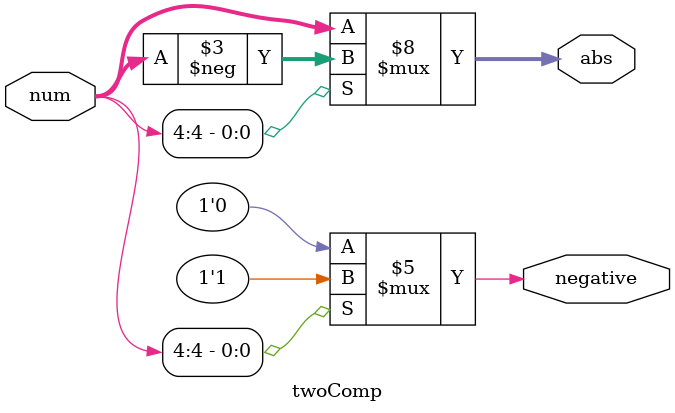
<source format=v>
module twoComp(
    input [4:0]num, 
	 output reg[4:0]abs, 
	 output reg negative);
	 
	 always @(*) begin
	     if (num[4] == 1'b1) begin
		     abs = -num;
			  negative = 1'b1;
		end else begin
		     abs = num;
			  negative = 1'b0;
		end
	end
endmodule
    
</source>
